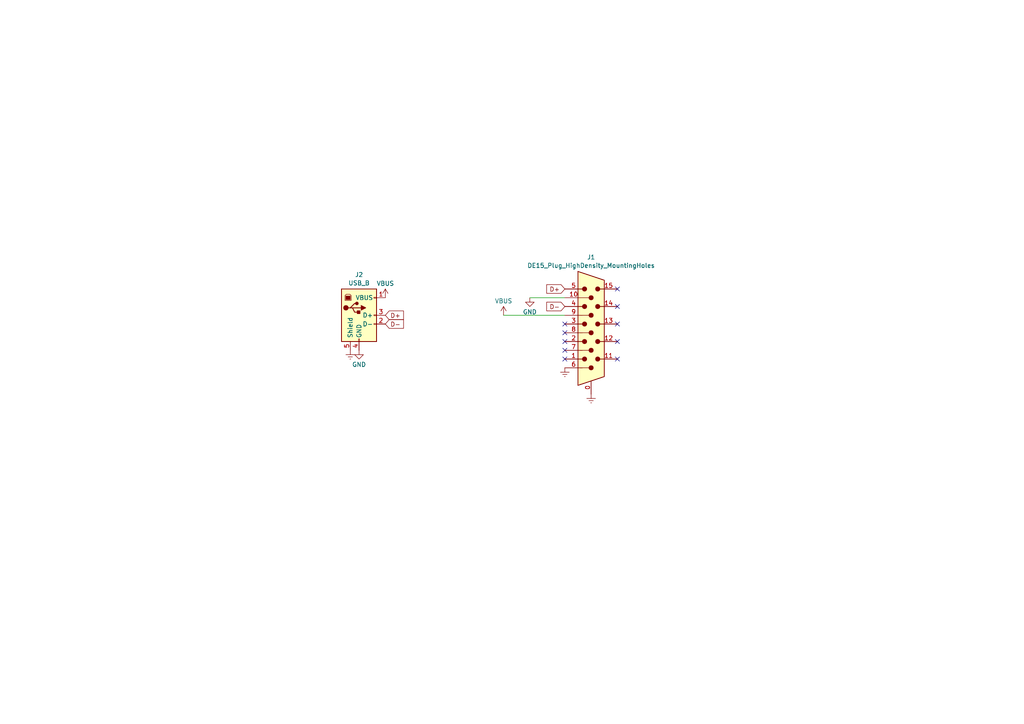
<source format=kicad_sch>
(kicad_sch (version 20230121) (generator eeschema)
  (paper "A4")
  (lib_symbols
    (symbol "Connector:DE15_Plug_HighDensity_MountingHoles" (pin_names (offset 1.016) hide)
      (property "Reference" "J" (at 0 21.59 0))
      (property "Value" "DE15_Plug_HighDensity_MountingHoles" (at 0 19.05 0))
      (symbol "DE15_Plug_HighDensity_MountingHoles_0_1"
        (circle (center -1.905 -7.62) (radius 0.635) (fill (type outline)))
        (circle (center -1.905 -2.54) (radius 0.635) (fill (type outline)))
        (circle (center -1.905 2.54) (radius 0.635) (fill (type outline)))
        (circle (center -1.905 7.62) (radius 0.635) (fill (type outline)))
        (circle (center -1.905 12.7) (radius 0.635) (fill (type outline)))
        (circle (center 0 -10.16) (radius 0.635) (fill (type outline)))
        (circle (center 0 -5.08) (radius 0.635) (fill (type outline)))
        (polyline (pts (xy -3.175 -5.08) (xy -0.635 -5.08)))
        (polyline (pts (xy -0.635 -10.16) (xy -3.175 -10.16)))
        (polyline (pts (xy -0.635 0) (xy -3.175 0)))
        (polyline (pts (xy -0.635 5.08) (xy -3.175 5.08)))
        (polyline (pts (xy -0.635 10.16) (xy -3.175 10.16)))
        (polyline (pts (xy -3.81 17.78) (xy -3.81 -15.24) (xy 3.81 -12.7) (xy 3.81 15.24) (xy -3.81 17.78)) (stroke (width 0.254)) (fill (type background)))
        (circle (center 0 0) (radius 0.635) (fill (type outline)))
        (circle (center 0 5.08) (radius 0.635) (fill (type outline)))
        (circle (center 0 10.16) (radius 0.635) (fill (type outline)))
        (circle (center 1.905 -7.62) (radius 0.635) (fill (type outline)))
        (circle (center 1.905 -2.54) (radius 0.635) (fill (type outline)))
        (circle (center 1.905 2.54) (radius 0.635) (fill (type outline)))
        (circle (center 1.905 7.62) (radius 0.635) (fill (type outline)))
        (circle (center 1.905 12.7) (radius 0.635) (fill (type outline)))
      )
      (symbol "DE15_Plug_HighDensity_MountingHoles_1_1"
        (pin passive line (at 0 -17.78 90) (length 3.81) (name "~") (number "0"))
        (pin passive line (at -7.62 -7.62 0) (length 5.08) (name "~") (number "1"))
        (pin passive line (at -7.62 10.16 0) (length 5.08) (name "~") (number "10"))
        (pin passive line (at 7.62 -7.62 180) (length 5.08) (name "~") (number "11"))
        (pin passive line (at 7.62 -2.54 180) (length 5.08) (name "~") (number "12"))
        (pin passive line (at 7.62 2.54 180) (length 5.08) (name "~") (number "13"))
        (pin passive line (at 7.62 7.62 180) (length 5.08) (name "~") (number "14"))
        (pin passive line (at 7.62 12.7 180) (length 5.08) (name "~") (number "15"))
        (pin passive line (at -7.62 -2.54 0) (length 5.08) (name "~") (number "2"))
        (pin passive line (at -7.62 2.54 0) (length 5.08) (name "~") (number "3"))
        (pin passive line (at -7.62 7.62 0) (length 5.08) (name "~") (number "4"))
        (pin passive line (at -7.62 12.7 0) (length 5.08) (name "~") (number "5"))
        (pin passive line (at -7.62 -10.16 0) (length 5.08) (name "~") (number "6"))
        (pin passive line (at -7.62 -5.08 0) (length 5.08) (name "~") (number "7"))
        (pin passive line (at -7.62 0 0) (length 5.08) (name "~") (number "8"))
        (pin passive line (at -7.62 5.08 0) (length 5.08) (name "~") (number "9"))
      )
    )
    (symbol "Connector:USB_B" (pin_names (offset 1.016))
      (property "Reference" "J" (at -5.08 11.43 0))
      (property "Value" "USB_B" (at -5.08 8.89 0))
      (symbol "USB_B_0_1"
        (rectangle (start -5.08 -7.62) (end 5.08 7.62) (stroke (width 0.254)) (fill (type background)))
        (circle (center -3.81 2.159) (radius 0.635) (stroke (width 0.254)) (fill (type outline)))
        (rectangle (start -3.81 5.588) (end -2.54 4.572) (fill (type outline)))
        (circle (center -0.635 3.429) (radius 0.381) (stroke (width 0.254)) (fill (type outline)))
        (rectangle (start -0.127 -7.62) (end 0.127 -6.858))
        (polyline (pts (xy -1.905 2.159) (xy 0.635 2.159)) (stroke (width 0.254)))
        (polyline (pts (xy -3.175 2.159) (xy -2.54 2.159) (xy -1.27 3.429) (xy -0.635 3.429)) (stroke (width 0.254)))
        (polyline (pts (xy -2.54 2.159) (xy -1.905 2.159) (xy -1.27 0.889) (xy 0 0.889)) (stroke (width 0.254)))
        (polyline (pts (xy 0.635 2.794) (xy 0.635 1.524) (xy 1.905 2.159) (xy 0.635 2.794)) (stroke (width 0.254)) (fill (type outline)))
        (polyline (pts (xy -4.064 4.318) (xy -2.286 4.318) (xy -2.286 5.715) (xy -2.667 6.096) (xy -3.683 6.096) (xy -4.064 5.715) (xy -4.064 4.318)))
        (rectangle (start 0.254 1.27) (end -0.508 0.508) (stroke (width 0.254)) (fill (type outline)))
        (rectangle (start 5.08 -2.667) (end 4.318 -2.413))
        (rectangle (start 5.08 -0.127) (end 4.318 0.127))
        (rectangle (start 5.08 4.953) (end 4.318 5.207))
      )
      (symbol "USB_B_1_1"
        (pin power_out line (at 7.62 5.08 180) (length 2.54) (name "VBUS") (number "1"))
        (pin bidirectional line (at 7.62 -2.54 180) (length 2.54) (name "D-") (number "2"))
        (pin bidirectional line (at 7.62 0 180) (length 2.54) (name "D+") (number "3"))
        (pin power_out line (at 0 -10.16 90) (length 2.54) (name "GND") (number "4"))
        (pin passive line (at -2.54 -10.16 90) (length 2.54) (name "Shield") (number "5"))
      )
    )
    (symbol "power:Earth" (power) (pin_names (offset 0))
      (symbol "Earth_0_1"
        (polyline (pts (xy -0.635 -1.905) (xy 0.635 -1.905)))
        (polyline (pts (xy -0.127 -2.54) (xy 0.127 -2.54)))
        (polyline (pts (xy 0 -1.27) (xy 0 0)))
        (polyline (pts (xy 1.27 -1.27) (xy -1.27 -1.27)))
      )
      (symbol "Earth_1_1"
        (pin power_in line (at 0 0 270) (length 0) hide (name "Earth") (number "1"))
      )
    )
    (symbol "power:GND" (power) (pin_names (offset 0))
      (property "Value" "GND" (at 0 -3.81 0))
      (symbol "GND_0_1"
        (polyline (pts (xy 0 0) (xy 0 -1.27) (xy 1.27 -1.27) (xy 0 -2.54) (xy -1.27 -1.27) (xy 0 -1.27)))
      )
      (symbol "GND_1_1"
        (pin power_in line (at 0 0 270) (length 0) hide (name "GND") (number "1"))
      )
    )
    (symbol "power:VBUS" (power) (pin_names (offset 0))
      (property "Value" "VBUS" (at 0 3.81 0))
      (symbol "VBUS_0_1"
        (polyline (pts (xy -0.762 1.27) (xy 0 2.54)))
        (polyline (pts (xy 0 0) (xy 0 2.54)))
        (polyline (pts (xy 0 2.54) (xy 0.762 1.27)))
      )
      (symbol "VBUS_1_1"
        (pin power_in line (at 0 0 90) (length 0) hide (name "VBUS") (number "1"))
      )
    )
  )
  (no_connect (at 179.07 99.06))
  (no_connect (at 163.83 104.14))
  (no_connect (at 163.83 93.98))
  (no_connect (at 163.83 96.52))
  (no_connect (at 179.07 83.82))
  (no_connect (at 179.07 104.14))
  (no_connect (at 163.83 99.06))
  (no_connect (at 163.83 101.6))
  (no_connect (at 179.07 88.9))
  (no_connect (at 179.07 93.98))
  (wire (pts (xy 146.05 91.44) (xy 163.83 91.44)))
  (wire (pts (xy 153.67 86.36) (xy 163.83 86.36)))
  (global_label "D-" (shape input) (at 111.76 93.98 0) (property "Intersheetrefs" "${INTERSHEET_REFS}" (effects hide)))
  (global_label "D+" (shape input) (at 111.76 91.44 0) (property "Intersheetrefs" "${INTERSHEET_REFS}" (effects hide)))
  (global_label "D+" (shape input) (at 163.83 83.82 180) (property "Intersheetrefs" "${INTERSHEET_REFS}" (effects hide)))
  (global_label "D-" (shape input) (at 163.83 88.9 180) (property "Intersheetrefs" "${INTERSHEET_REFS}" (effects hide)))
  (symbol (lib_id "power:VBUS") (at 146.05 91.44 0) (unit 1)
    (property "Reference" "#PWR04" (effects hide))
    (property "Value" "VBUS" (at 146.05 87.3069 0))
  )
  (symbol (lib_id "Connector:DE15_Plug_HighDensity_MountingHoles") (at 171.45 96.52 0) (unit 1)
    (property "Reference" "J1" (at 171.45 74.5957 0))
    (property "Value" "DE15_Plug_HighDensity_MountingHoles" (at 171.45 77.0199 0))
    (property "Footprint" "own:DSUB-15-HD_Male_Horizontal_Assmann_A-HDS15A-KG-TAXB" (effects hide))
    (property "Datasheet" " ~" (effects hide))
    (property "LCSC" "C77842" (effects hide))
    (property "Digikey" "A-HDS15A-KG-TAXB" (effects hide))
  )
  (symbol (lib_id "power:VBUS") (at 111.76 86.36 0) (unit 1)
    (property "Reference" "#PWR03" (effects hide))
    (property "Value" "VBUS" (at 111.76 82.2269 0))
  )
  (symbol (lib_id "Connector:USB_B") (at 104.14 91.44 0) (unit 1)
    (property "Reference" "J2" (at 104.14 79.6757 0))
    (property "Value" "USB_B" (at 104.14 82.0999 0))
    (property "Footprint" "Connector_USB:USB_B_OST_USB-B1HSxx_Horizontal" (effects hide))
    (property "Datasheet" " ~" (effects hide))
    (property "LCSC" "C456014" (effects hide))
    (property "Reichelt" "USB BW" (effects hide))
  )
  (symbol (lib_id "power:GND") (at 153.67 86.36 0) (unit 1)
    (property "Reference" "#PWR05" (effects hide))
    (property "Value" "GND" (at 153.67 90.4931 0))
  )
  (symbol (lib_id "power:Earth") (at 101.6 101.6 0) (unit 1)
    (property "Reference" "#PWR02" (effects hide))
    (property "Value" "Earth" (effects hide))
  )
  (symbol (lib_id "power:Earth") (at 163.83 106.68 0) (unit 1)
    (property "Reference" "#PWR06" (effects hide))
    (property "Value" "Earth" (effects hide))
  )
  (symbol (lib_id "power:GND") (at 104.14 101.6 0) (unit 1)
    (property "Reference" "#PWR01" (effects hide))
    (property "Value" "GND" (at 104.14 105.7331 0))
  )
  (symbol (lib_id "power:Earth") (at 171.45 114.3 0) (unit 1)
    (property "Reference" "#PWR07" (effects hide))
    (property "Value" "Earth" (effects hide))
  )
)
</source>
